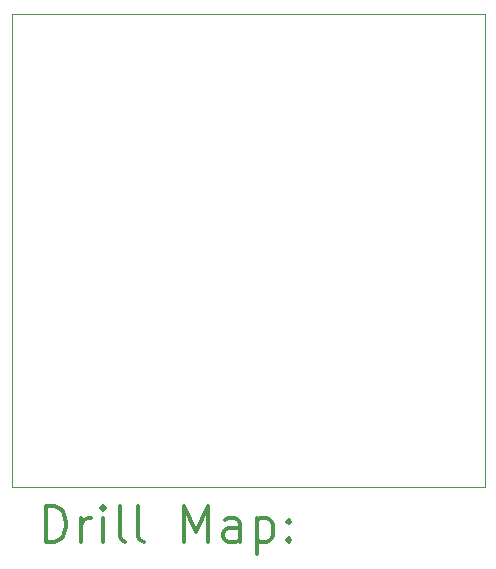
<source format=gbr>
%FSLAX45Y45*%
G04 Gerber Fmt 4.5, Leading zero omitted, Abs format (unit mm)*
G04 Created by KiCad (PCBNEW (5.1.5)-3) date 2020-02-03 12:39:04*
%MOMM*%
%LPD*%
G04 APERTURE LIST*
%TA.AperFunction,Profile*%
%ADD10C,0.050000*%
%TD*%
%ADD11C,0.200000*%
%ADD12C,0.300000*%
G04 APERTURE END LIST*
D10*
X44600000Y1600000D02*
X48600000Y1600000D01*
X44600000Y-2400000D02*
X44600000Y1600000D01*
X48600000Y-2400000D02*
X44600000Y-2400000D01*
X48600000Y1600000D02*
X48600000Y-2400000D01*
D11*
D12*
X44883928Y-2868214D02*
X44883928Y-2568214D01*
X44955357Y-2568214D01*
X44998214Y-2582500D01*
X45026786Y-2611072D01*
X45041071Y-2639643D01*
X45055357Y-2696786D01*
X45055357Y-2739643D01*
X45041071Y-2796786D01*
X45026786Y-2825357D01*
X44998214Y-2853929D01*
X44955357Y-2868214D01*
X44883928Y-2868214D01*
X45183928Y-2868214D02*
X45183928Y-2668214D01*
X45183928Y-2725357D02*
X45198214Y-2696786D01*
X45212500Y-2682500D01*
X45241071Y-2668214D01*
X45269643Y-2668214D01*
X45369643Y-2868214D02*
X45369643Y-2668214D01*
X45369643Y-2568214D02*
X45355357Y-2582500D01*
X45369643Y-2596786D01*
X45383928Y-2582500D01*
X45369643Y-2568214D01*
X45369643Y-2596786D01*
X45555357Y-2868214D02*
X45526786Y-2853929D01*
X45512500Y-2825357D01*
X45512500Y-2568214D01*
X45712500Y-2868214D02*
X45683928Y-2853929D01*
X45669643Y-2825357D01*
X45669643Y-2568214D01*
X46055357Y-2868214D02*
X46055357Y-2568214D01*
X46155357Y-2782500D01*
X46255357Y-2568214D01*
X46255357Y-2868214D01*
X46526786Y-2868214D02*
X46526786Y-2711072D01*
X46512500Y-2682500D01*
X46483928Y-2668214D01*
X46426786Y-2668214D01*
X46398214Y-2682500D01*
X46526786Y-2853929D02*
X46498214Y-2868214D01*
X46426786Y-2868214D01*
X46398214Y-2853929D01*
X46383928Y-2825357D01*
X46383928Y-2796786D01*
X46398214Y-2768214D01*
X46426786Y-2753929D01*
X46498214Y-2753929D01*
X46526786Y-2739643D01*
X46669643Y-2668214D02*
X46669643Y-2968214D01*
X46669643Y-2682500D02*
X46698214Y-2668214D01*
X46755357Y-2668214D01*
X46783928Y-2682500D01*
X46798214Y-2696786D01*
X46812500Y-2725357D01*
X46812500Y-2811071D01*
X46798214Y-2839643D01*
X46783928Y-2853929D01*
X46755357Y-2868214D01*
X46698214Y-2868214D01*
X46669643Y-2853929D01*
X46941071Y-2839643D02*
X46955357Y-2853929D01*
X46941071Y-2868214D01*
X46926786Y-2853929D01*
X46941071Y-2839643D01*
X46941071Y-2868214D01*
X46941071Y-2682500D02*
X46955357Y-2696786D01*
X46941071Y-2711072D01*
X46926786Y-2696786D01*
X46941071Y-2682500D01*
X46941071Y-2711072D01*
M02*

</source>
